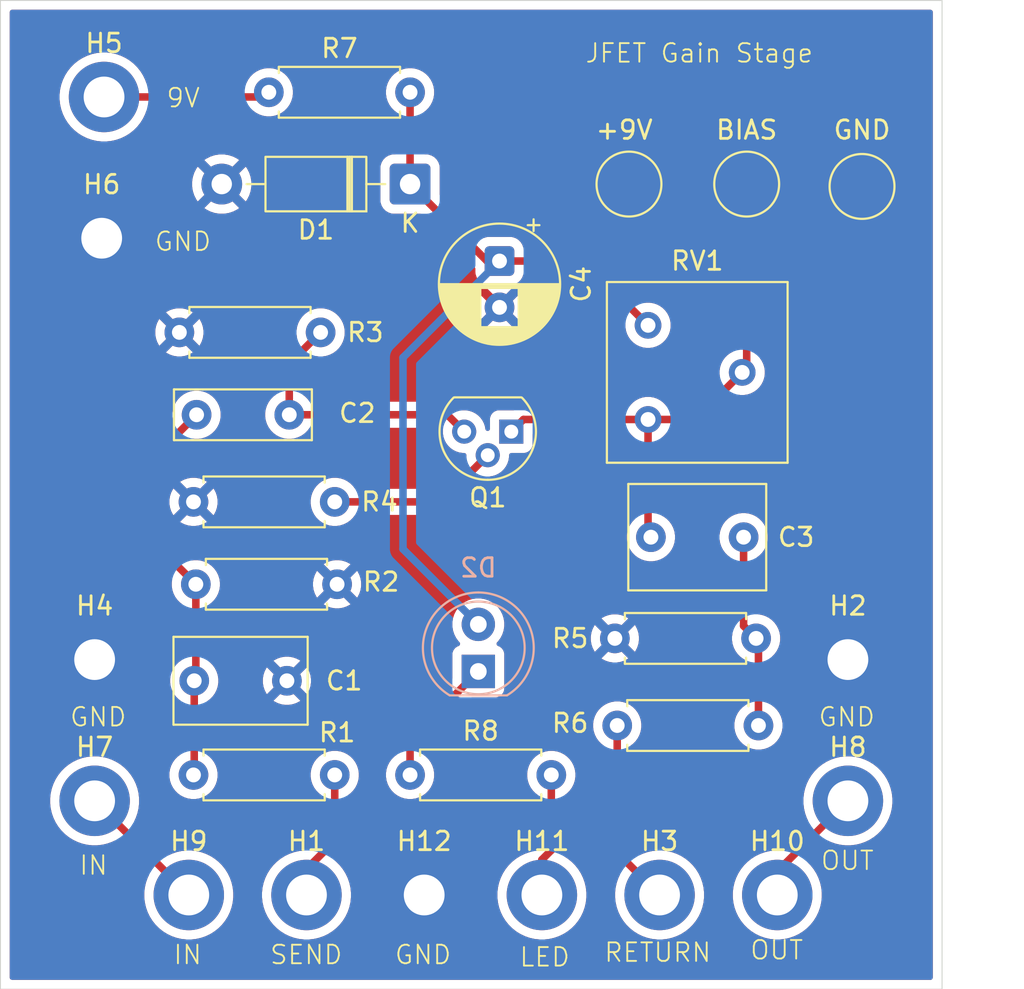
<source format=kicad_pcb>
(kicad_pcb (version 20241229) (generator "pcbnew") (generator_version "9.0")
  (layers (0 "F.Cu" signal) (2 "B.Cu" signal) (13 "F.Paste" user) (15 "B.Paste" user) (5 "F.SilkS" user "F.Silkscreen") (7 "B.SilkS" user "B.Silkscreen") (1 "F.Mask" user) (3 "B.Mask" user) (25 "Edge.Cuts" user))
  (net 0 "")
  (net 1 "GND")
  (net 2 "Net-(C1-Pad1)")
  (net 3 "Net-(Q1-G)")
  (net 4 "Net-(C3-Pad2)")
  (net 5 "Net-(Q1-D)")
  (net 6 "+9V")
  (net 7 "Net-(H1-Pad1)")
  (net 8 "Net-(H3-Pad1)")
  (net 9 "Net-(H5-Pad1)")
  (net 10 "Net-(Q1-S)")
  (net 11 "Net-(D2-K)")
  (net 12 "Net-(H7-Pad1)")
  (net 13 "Net-(H10-Pad1)")
  (net 14 "Net-(H11-Pad1)")
  (footprint "Diode_THT:D_DO-41_SOD81_P10.16mm_Horizontal" (layer "F.Cu") (at 22.098 9.906 180)
    (property "Reference" "D1" (at 5.08 -2.47 0) (layer "F.SilkS"))
    (property "Value" "1N4001")
    (fp_line (start 8.82 0) (end 7.8 0) (stroke (width 0.12)) (layer "F.SilkS"))
    (fp_line (start 3.38 -1.47) (end 3.38 1.47) (stroke (width 0.12)) (layer "F.SilkS"))
    (fp_line (start 3.26 -1.47) (end 3.26 1.47) (stroke (width 0.12)) (layer "F.SilkS"))
    (fp_line (start 3.14 -1.47) (end 3.14 1.47) (stroke (width 0.12)) (layer "F.SilkS"))
    (fp_line (start 1.34 0) (end 2.36 0) (stroke (width 0.12)) (layer "F.SilkS"))
    (fp_rect (start 2.36 -1.47) (end 7.8 1.47) (stroke (width 0.12)) (fill no) (layer "F.SilkS"))
    (fp_text user "K" (at 0 -2.1 0) (layer "F.SilkS"))
    (pad "1" thru_hole roundrect (at 0 0 180) (size 2.2 2.2) (drill 1.1) (layers "*.Cu" "*.Mask") (roundrect_rratio 0.113636) (net 6 "+9V"))
    (pad "2" thru_hole circle (at 10.16 0 180) (size 2.2 2.2) (drill 1.1) (layers "*.Cu" "*.Mask") (net 1 "GND"))
  )
  (footprint "MountingHole:MountingHole_2.2mm_M2_DIN965_Pad_TopBottom" (layer "F.Cu") (at 22.86 48.26)
    (property "Reference" "H12" (at 0 -2.9 0) (layer "F.SilkS"))
    (property "Value" "SW_GND")
    (pad "1" thru_hole circle (at 0 0) (size 2.6 2.6) (drill 2.2) (layers "*.Cu" "*.Mask") (net 1 "GND"))
    (pad "1" connect circle (at 0 0) (size 3.8 3.8) (layers "F.Cu" "F.Mask") (net 1 "GND"))
    (pad "1" connect circle (at 0 0) (size 3.8 3.8) (layers "B.Cu" "B.Mask") (net 1 "GND"))
  )
  (footprint "MountingHole:MountingHole_2.2mm_M2_DIN965_Pad_TopBottom" (layer "F.Cu") (at 29.21 48.26)
    (property "Reference" "H11" (at 0 -2.9 0) (layer "F.SilkS"))
    (property "Value" "SW_LED")
    (pad "1" thru_hole circle (at 0 0) (size 2.6 2.6) (drill 2.2) (layers "*.Cu" "*.Mask") (net 14 "Net-(H11-Pad1)"))
    (pad "1" connect circle (at 0 0) (size 3.8 3.8) (layers "F.Cu" "F.Mask") (net 14 "Net-(H11-Pad1)"))
    (pad "1" connect circle (at 0 0) (size 3.8 3.8) (layers "B.Cu" "B.Mask") (net 14 "Net-(H11-Pad1)"))
  )
  (footprint "MountingHole:MountingHole_2.2mm_M2_DIN965_Pad_TopBottom" (layer "F.Cu") (at 16.51 48.26)
    (property "Reference" "H1" (at 0 -2.9 0) (layer "F.SilkS"))
    (property "Value" "SW_SEND")
    (pad "1" thru_hole circle (at 0 0) (size 2.6 2.6) (drill 2.2) (layers "*.Cu" "*.Mask") (net 7 "Net-(H1-Pad1)"))
    (pad "1" connect circle (at 0 0) (size 3.8 3.8) (layers "F.Cu" "F.Mask") (net 7 "Net-(H1-Pad1)"))
    (pad "1" connect circle (at 0 0) (size 3.8 3.8) (layers "B.Cu" "B.Mask") (net 7 "Net-(H1-Pad1)"))
  )
  (footprint "MountingHole:MountingHole_2.2mm_M2_DIN965_Pad_TopBottom" (layer "F.Cu") (at 5.461 12.827)
    (property "Reference" "H6" (at 0 -2.9 0) (layer "F.SilkS"))
    (property "Value" "GND")
    (pad "1" thru_hole circle (at 0 0) (size 2.6 2.6) (drill 2.2) (layers "*.Cu" "*.Mask") (net 1 "GND"))
    (pad "1" connect circle (at 0 0) (size 3.8 3.8) (layers "F.Cu" "F.Mask") (net 1 "GND"))
    (pad "1" connect circle (at 0 0) (size 3.8 3.8) (layers "B.Cu" "B.Mask") (net 1 "GND"))
  )
  (footprint "TestPoint:TestPoint_Pad_D3.0mm" (layer "F.Cu") (at 46.482 10.033)
    (property "Reference" "GND" (at 0 -3.048 0) (layer "F.SilkS"))
    (property "Value" "TestPoint_Pad_D3.0mm")
    (fp_circle (center 0 0) (end 0 1.75) (stroke (width 0.12)) (fill no) (layer "F.SilkS"))
    (pad "1" smd circle (at 0 0) (size 3 3) (layers "F.Cu" "F.Mask") (net 1 "GND"))
  )
  (footprint "MountingHole:MountingHole_2.2mm_M2_DIN965_Pad_TopBottom" (layer "F.Cu") (at 45.72 43.18)
    (property "Reference" "H8" (at 0 -2.9 0) (layer "F.SilkS"))
    (property "Value" "OUT")
    (pad "1" thru_hole circle (at 0 0) (size 2.6 2.6) (drill 2.2) (layers "*.Cu" "*.Mask") (net 13 "Net-(H10-Pad1)"))
    (pad "1" connect circle (at 0 0) (size 3.8 3.8) (layers "F.Cu" "F.Mask") (net 13 "Net-(H10-Pad1)"))
    (pad "1" connect circle (at 0 0) (size 3.8 3.8) (layers "B.Cu" "B.Mask") (net 13 "Net-(H10-Pad1)"))
  )
  (footprint "MountingHole:MountingHole_2.2mm_M2_DIN965_Pad_TopBottom" (layer "F.Cu") (at 41.91 48.26)
    (property "Reference" "H10" (at 0 -2.9 0) (layer "F.SilkS"))
    (property "Value" "SW_OUT")
    (pad "1" thru_hole circle (at 0 0) (size 2.6 2.6) (drill 2.2) (layers "*.Cu" "*.Mask") (net 13 "Net-(H10-Pad1)"))
    (pad "1" connect circle (at 0 0) (size 3.8 3.8) (layers "F.Cu" "F.Mask") (net 13 "Net-(H10-Pad1)"))
    (pad "1" connect circle (at 0 0) (size 3.8 3.8) (layers "B.Cu" "B.Mask") (net 13 "Net-(H10-Pad1)"))
  )
  (footprint "TestPoint:TestPoint_Pad_D3.0mm" (layer "F.Cu") (at 40.259 9.906)
    (property "Reference" "BIAS" (at 0 -2.921 0) (layer "F.SilkS"))
    (property "Value" "TestPoint_Pad_D3.0mm")
    (fp_circle (center 0 0) (end 0 1.75) (stroke (width 0.12)) (fill no) (layer "F.SilkS"))
    (pad "1" smd circle (at 0 0) (size 3 3) (layers "F.Cu" "F.Mask") (net 5 "Net-(Q1-D)"))
  )
  (footprint "Capacitor_THT:C_Rect_L7.0mm_W4.5mm_P5.00mm" (layer "F.Cu") (at 10.454 36.703)
    (property "Reference" "C1" (at 8.088 0 0) (layer "F.SilkS"))
    (property "Value" "100p")
    (fp_line (start -1.12 -2.37) (end -1.12 2.37) (stroke (width 0.12)) (layer "F.SilkS"))
    (fp_line (start -1.12 -2.37) (end 6.12 -2.37) (stroke (width 0.12)) (layer "F.SilkS"))
    (fp_line (start -1.12 2.37) (end 6.12 2.37) (stroke (width 0.12)) (layer "F.SilkS"))
    (fp_line (start 6.12 -2.37) (end 6.12 2.37) (stroke (width 0.12)) (layer "F.SilkS"))
    (pad "1" thru_hole circle (at 0 0) (size 1.6 1.6) (drill 0.8) (layers "*.Cu" "*.Mask") (net 2 "Net-(C1-Pad1)"))
    (pad "2" thru_hole circle (at 5 0) (size 1.6 1.6) (drill 0.8) (layers "*.Cu" "*.Mask") (net 1 "GND"))
  )
  (footprint "Package_TO_SOT_THT:TO-92" (layer "F.Cu") (at 27.559 23.262 180)
    (property "Reference" "Q1" (at 1.27 -3.56 0) (layer "F.SilkS"))
    (property "Value" "Q_NJFET_DSG")
    (fp_line (start -0.53 1.85) (end 3.07 1.85) (stroke (width 0.12)) (layer "F.SilkS"))
    (fp_arc (start 1.27 -2.6) (mid 3.672087 -0.994977) (end 3.108478 1.838478) (stroke (width 0.12)) (layer "F.SilkS"))
    (fp_arc (start -0.568478 1.838478) (mid -1.132087 -0.994977) (end 1.27 -2.6) (stroke (width 0.12)) (layer "F.SilkS"))
    (pad "1" thru_hole rect (at 0 0 180) (size 1.3 1.3) (drill 0.75) (layers "*.Cu" "*.Mask") (net 5 "Net-(Q1-D)"))
    (pad "2" thru_hole circle (at 1.27 -1.27 180) (size 1.3 1.3) (drill 0.75) (layers "*.Cu" "*.Mask") (net 10 "Net-(Q1-S)"))
    (pad "3" thru_hole circle (at 2.54 0 180) (size 1.3 1.3) (drill 0.75) (layers "*.Cu" "*.Mask") (net 3 "Net-(Q1-G)"))
  )
  (footprint "Resistor_THT:R_Axial_DIN0207_L6.3mm_D2.5mm_P7.62mm_Horizontal" (layer "F.Cu") (at 10.541 31.496)
    (property "Reference" "R2" (at 9.993 -0.127 0) (layer "F.SilkS"))
    (property "Value" "1M")
    (fp_line (start 0.54 -1.37) (end 7.08 -1.37) (stroke (width 0.12)) (layer "F.SilkS"))
    (fp_line (start 0.54 -1.04) (end 0.54 -1.37) (stroke (width 0.12)) (layer "F.SilkS"))
    (fp_line (start 0.54 1.04) (end 0.54 1.37) (stroke (width 0.12)) (layer "F.SilkS"))
    (fp_line (start 0.54 1.37) (end 7.08 1.37) (stroke (width 0.12)) (layer "F.SilkS"))
    (fp_line (start 7.08 -1.37) (end 7.08 -1.04) (stroke (width 0.12)) (layer "F.SilkS"))
    (fp_line (start 7.08 1.37) (end 7.08 1.04) (stroke (width 0.12)) (layer "F.SilkS"))
    (pad "1" thru_hole circle (at 0 0) (size 1.6 1.6) (drill 0.8) (layers "*.Cu" "*.Mask") (net 2 "Net-(C1-Pad1)"))
    (pad "2" thru_hole circle (at 7.62 0) (size 1.6 1.6) (drill 0.8) (layers "*.Cu" "*.Mask") (net 1 "GND"))
  )
  (footprint "Capacitor_THT:C_Rect_L7.2mm_W5.5mm_P5.00mm_FKS2_FKP2_MKS2_MKP2" (layer "F.Cu") (at 35.092 28.956)
    (property "Reference" "C3" (at 7.834 0 0) (layer "F.SilkS"))
    (property "Value" "1u")
    (fp_line (start -1.22 -2.87) (end -1.22 2.87) (stroke (width 0.12)) (layer "F.SilkS"))
    (fp_line (start -1.22 -2.87) (end 6.22 -2.87) (stroke (width 0.12)) (layer "F.SilkS"))
    (fp_line (start -1.22 2.87) (end 6.22 2.87) (stroke (width 0.12)) (layer "F.SilkS"))
    (fp_line (start 6.22 -2.87) (end 6.22 2.87) (stroke (width 0.12)) (layer "F.SilkS"))
    (pad "1" thru_hole circle (at 0 0) (size 1.6 1.6) (drill 0.8) (layers "*.Cu" "*.Mask") (net 5 "Net-(Q1-D)"))
    (pad "2" thru_hole circle (at 5 0) (size 1.6 1.6) (drill 0.8) (layers "*.Cu" "*.Mask") (net 4 "Net-(C3-Pad2)"))
  )
  (footprint "Capacitor_THT:CP_Radial_D6.3mm_P2.50mm" (layer "F.Cu") (at 26.924 14.057621 -90)
    (property "Reference" "C4" (at 1.25 -4.4 90) (layer "F.SilkS"))
    (property "Value" "100u 35V")
    (fp_line (start 1.49 1.04) (end 1.49 3.221) (stroke (width 0.12)) (layer "F.SilkS"))
    (fp_line (start 1.53 1.04) (end 1.53 3.218) (stroke (width 0.12)) (layer "F.SilkS"))
    (fp_line (start 1.57 1.04) (end 1.57 3.214) (stroke (width 0.12)) (layer "F.SilkS"))
    (fp_line (start 1.61 1.04) (end 1.61 3.21) (stroke (width 0.12)) (layer "F.SilkS"))
    (fp_line (start 1.65 1.04) (end 1.65 3.205) (stroke (width 0.12)) (layer "F.SilkS"))
    (fp_line (start 1.69 1.04) (end 1.69 3.2) (stroke (width 0.12)) (layer "F.SilkS"))
    (fp_line (start 1.73 1.04) (end 1.73 3.195) (stroke (width 0.12)) (layer "F.SilkS"))
    (fp_line (start 1.77 1.04) (end 1.77 3.188) (stroke (width 0.12)) (layer "F.SilkS"))
    (fp_line (start 1.81 1.04) (end 1.81 3.182) (stroke (width 0.12)) (layer "F.SilkS"))
    (fp_line (start 1.85 1.04) (end 1.85 3.174) (stroke (width 0.12)) (layer "F.SilkS"))
    (fp_line (start 1.89 1.04) (end 1.89 3.167) (stroke (width 0.12)) (layer "F.SilkS"))
    (fp_line (start 1.93 1.04) (end 1.93 3.159) (stroke (width 0.12)) (layer "F.SilkS"))
    (fp_line (start 1.97 1.04) (end 1.97 3.15) (stroke (width 0.12)) (layer "F.SilkS"))
    (fp_line (start 2.01 1.04) (end 2.01 3.14) (stroke (width 0.12)) (layer "F.SilkS"))
    (fp_line (start 2.05 1.04) (end 2.05 3.131) (stroke (width 0.12)) (layer "F.SilkS"))
    (fp_line (start 2.09 1.04) (end 2.09 3.12) (stroke (width 0.12)) (layer "F.SilkS"))
    (fp_line (start 2.13 1.04) (end 2.13 3.109) (stroke (width 0.12)) (layer "F.SilkS"))
    (fp_line (start 2.17 1.04) (end 2.17 3.098) (stroke (width 0.12)) (layer "F.SilkS"))
    (fp_line (start 2.21 1.04) (end 2.21 3.086) (stroke (width 0.12)) (layer "F.SilkS"))
    (fp_line (start 2.25 1.04) (end 2.25 3.073) (stroke (width 0.12)) (layer "F.SilkS"))
    (fp_line (start 2.29 1.04) (end 2.29 3.06) (stroke (width 0.12)) (layer "F.SilkS"))
    (fp_line (start 2.33 1.04) (end 2.33 3.047) (stroke (width 0.12)) (layer "F.SilkS"))
    (fp_line (start 2.37 1.04) (end 2.37 3.032) (stroke (width 0.12)) (layer "F.SilkS"))
    (fp_line (start 2.41 1.04) (end 2.41 3.017) (stroke (width 0.12)) (layer "F.SilkS"))
    (fp_line (start 2.45 1.04) (end 2.45 3.002) (stroke (width 0.12)) (layer "F.SilkS"))
    (fp_line (start 2.49 1.04) (end 2.49 2.986) (stroke (width 0.12)) (layer "F.SilkS"))
    (fp_line (start 2.53 1.04) (end 2.53 2.969) (stroke (width 0.12)) (layer "F.SilkS"))
    (fp_line (start 2.57 1.04) (end 2.57 2.952) (stroke (width 0.12)) (layer "F.SilkS"))
    (fp_line (start 2.61 1.04) (end 2.61 2.934) (stroke (width 0.12)) (layer "F.SilkS"))
    (fp_line (start 2.65 1.04) (end 2.65 2.915) (stroke (width 0.12)) (layer "F.SilkS"))
    (fp_line (start 2.69 1.04) (end 2.69 2.896) (stroke (width 0.12)) (layer "F.SilkS"))
    (fp_line (start 2.73 1.04) (end 2.73 2.876) (stroke (width 0.12)) (layer "F.SilkS"))
    (fp_line (start 2.77 1.04) (end 2.77 2.855) (stroke (width 0.12)) (layer "F.SilkS"))
    (fp_line (start 2.81 1.04) (end 2.81 2.834) (stroke (width 0.12)) (layer "F.SilkS"))
    (fp_line (start 2.85 1.04) (end 2.85 2.812) (stroke (width 0.12)) (layer "F.SilkS"))
    (fp_line (start 2.89 1.04) (end 2.89 2.789) (stroke (width 0.12)) (layer "F.SilkS"))
    (fp_line (start 2.93 1.04) (end 2.93 2.765) (stroke (width 0.12)) (layer "F.SilkS"))
    (fp_line (start 2.97 1.04) (end 2.97 2.741) (stroke (width 0.12)) (layer "F.SilkS"))
    (fp_line (start 3.01 1.04) (end 3.01 2.716) (stroke (width 0.12)) (layer "F.SilkS"))
    (fp_line (start 3.05 1.04) (end 3.05 2.69) (stroke (width 0.12)) (layer "F.SilkS"))
    (fp_line (start 3.09 1.04) (end 3.09 2.663) (stroke (width 0.12)) (layer "F.SilkS"))
    (fp_line (start 3.13 1.04) (end 3.13 2.636) (stroke (width 0.12)) (layer "F.SilkS"))
    (fp_line (start 3.17 1.04) (end 3.17 2.607) (stroke (width 0.12)) (layer "F.SilkS"))
    (fp_line (start 3.21 1.04) (end 3.21 2.577) (stroke (width 0.12)) (layer "F.SilkS"))
    (fp_line (start 3.25 1.04) (end 3.25 2.547) (stroke (width 0.12)) (layer "F.SilkS"))
    (fp_line (start 3.29 1.04) (end 3.29 2.516) (stroke (width 0.12)) (layer "F.SilkS"))
    (fp_line (start 3.33 1.04) (end 3.33 2.483) (stroke (width 0.12)) (layer "F.SilkS"))
    (fp_line (start 3.37 1.04) (end 3.37 2.45) (stroke (width 0.12)) (layer "F.SilkS"))
    (fp_line (start 3.41 1.04) (end 3.41 2.415) (stroke (width 0.12)) (layer "F.SilkS"))
    (fp_line (start 3.45 1.04) (end 3.45 2.379) (stroke (width 0.12)) (layer "F.SilkS"))
    (fp_line (start 3.49 1.04) (end 3.49 2.342) (stroke (width 0.12)) (layer "F.SilkS"))
    (fp_line (start 3.53 1.04) (end 3.53 2.304) (stroke (width 0.12)) (layer "F.SilkS"))
    (fp_line (start 4.49 -0.402) (end 4.49 0.402) (stroke (width 0.12)) (layer "F.SilkS"))
    (fp_line (start 4.45 -0.633) (end 4.45 0.633) (stroke (width 0.12)) (layer "F.SilkS"))
    (fp_line (start 4.41 -0.801) (end 4.41 0.801) (stroke (width 0.12)) (layer "F.SilkS"))
    (fp_line (start 4.37 -0.939) (end 4.37 0.939) (stroke (width 0.12)) (layer "F.SilkS"))
    (fp_line (start 4.33 -1.058) (end 4.33 1.058) (stroke (width 0.12)) (layer "F.SilkS"))
    (fp_line (start 4.29 -1.165) (end 4.29 1.165) (stroke (width 0.12)) (layer "F.SilkS"))
    (fp_line (start 4.25 -1.261) (end 4.25 1.261) (stroke (width 0.12)) (layer "F.SilkS"))
    (fp_line (start 4.21 -1.35) (end 4.21 1.35) (stroke (width 0.12)) (layer "F.SilkS"))
    (fp_line (start 4.17 -1.432) (end 4.17 1.432) (stroke (width 0.12)) (layer "F.SilkS"))
    (fp_line (start 4.13 -1.509) (end 4.13 1.509) (stroke (width 0.12)) (layer "F.SilkS"))
    (fp_line (start 4.09 -1.581) (end 4.09 1.581) (stroke (width 0.12)) (layer "F.SilkS"))
    (fp_line (start 4.05 -1.649) (end 4.05 1.649) (stroke (width 0.12)) (layer "F.SilkS"))
    (fp_line (start 4.01 -1.714) (end 4.01 1.714) (stroke (width 0.12)) (layer "F.SilkS"))
    (fp_line (start 3.97 -1.775) (end 3.97 1.775) (stroke (width 0.12)) (layer "F.SilkS"))
    (fp_line (start 3.93 -1.834) (end 3.93 1.834) (stroke (width 0.12)) (layer "F.SilkS"))
    (fp_line (start -2.250241 -1.839) (end -1.620241 -1.839) (stroke (width 0.12)) (layer "F.SilkS"))
    (fp_line (start 3.89 -1.89) (end 3.89 1.89) (stroke (width 0.12)) (layer "F.SilkS"))
    (fp_line (start 3.85 -1.943) (end 3.85 1.943) (stroke (width 0.12)) (layer "F.SilkS"))
    (fp_line (start 3.81 -1.995) (end 3.81 1.995) (stroke (width 0.12)) (layer "F.SilkS"))
    (fp_line (start 3.77 -2.044) (end 3.77 2.044) (stroke (width 0.12)) (layer "F.SilkS"))
    (fp_line (start 3.73 -2.091) (end 3.73 2.091) (stroke (width 0.12)) (layer "F.SilkS"))
    (fp_line (start 3.69 -2.137) (end 3.69 2.137) (stroke (width 0.12)) (layer "F.SilkS"))
    (fp_line (start -1.935241 -2.154) (end -1.935241 -1.524) (stroke (width 0.12)) (layer "F.SilkS"))
    (fp_line (start 3.65 -2.181) (end 3.65 2.181) (stroke (width 0.12)) (layer "F.SilkS"))
    (fp_line (start 3.61 -2.223) (end 3.61 2.223) (stroke (width 0.12)) (layer "F.SilkS"))
    (fp_line (start 3.57 -2.264) (end 3.57 2.264) (stroke (width 0.12)) (layer "F.SilkS"))
    (fp_line (start 3.53 -2.304) (end 3.53 -1.04) (stroke (width 0.12)) (layer "F.SilkS"))
    (fp_line (start 3.49 -2.342) (end 3.49 -1.04) (stroke (width 0.12)) (layer "F.SilkS"))
    (fp_line (start 3.45 -2.379) (end 3.45 -1.04) (stroke (width 0.12)) (layer "F.SilkS"))
    (fp_line (start 3.41 -2.415) (end 3.41 -1.04) (stroke (width 0.12)) (layer "F.SilkS"))
    (fp_line (start 3.37 -2.45) (end 3.37 -1.04) (stroke (width 0.12)) (layer "F.SilkS"))
    (fp_line (start 3.33 -2.483) (end 3.33 -1.04) (stroke (width 0.12)) (layer "F.SilkS"))
    (fp_line (start 3.29 -2.516) (end 3.29 -1.04) (stroke (width 0.12)) (layer "F.SilkS"))
    (fp_line (start 3.25 -2.547) (end 3.25 -1.04) (stroke (width 0.12)) (layer "F.SilkS"))
    (fp_line (start 3.21 -2.577) (end 3.21 -1.04) (stroke (width 0.12)) (layer "F.SilkS"))
    (fp_line (start 3.17 -2.607) (end 3.17 -1.04) (stroke (width 0.12)) (layer "F.SilkS"))
    (fp_line (start 3.13 -2.636) (end 3.13 -1.04) (stroke (width 0.12)) (layer "F.SilkS"))
    (fp_line (start 3.09 -2.663) (end 3.09 -1.04) (stroke (width 0.12)) (layer "F.SilkS"))
    (fp_line (start 3.05 -2.69) (end 3.05 -1.04) (stroke (width 0.12)) (layer "F.SilkS"))
    (fp_line (start 3.01 -2.716) (end 3.01 -1.04) (stroke (width 0.12)) (layer "F.SilkS"))
    (fp_line (start 2.97 -2.741) (end 2.97 -1.04) (stroke (width 0.12)) (layer "F.SilkS"))
    (fp_line (start 2.93 -2.765) (end 2.93 -1.04) (stroke (width 0.12)) (layer "F.SilkS"))
    (fp_line (start 2.89 -2.789) (end 2.89 -1.04) (stroke (width 0.12)) (layer "F.SilkS"))
    (fp_line (start 2.85 -2.812) (end 2.85 -1.04) (stroke (width 0.12)) (layer "F.SilkS"))
    (fp_line (start 2.81 -2.834) (end 2.81 -1.04) (stroke (width 0.12)) (layer "F.SilkS"))
    (fp_line (start 2.77 -2.855) (end 2.77 -1.04) (stroke (width 0.12)) (layer "F.SilkS"))
    (fp_line (start 2.73 -2.876) (end 2.73 -1.04) (stroke (width 0.12)) (layer "F.SilkS"))
    (fp_line (start 2.69 -2.896) (end 2.69 -1.04) (stroke (width 0.12)) (layer "F.SilkS"))
    (fp_line (start 2.65 -2.915) (end 2.65 -1.04) (stroke (width 0.12)) (layer "F.SilkS"))
    (fp_line (start 2.61 -2.934) (end 2.61 -1.04) (stroke (width 0.12)) (layer "F.SilkS"))
    (fp_line (start 2.57 -2.952) (end 2.57 -1.04) (stroke (width 0.12)) (layer "F.SilkS"))
    (fp_line (start 2.53 -2.969) (end 2.53 -1.04) (stroke (width 0.12)) (layer "F.SilkS"))
    (fp_line (start 2.49 -2.986) (end 2.49 -1.04) (stroke (width 0.12)) (layer "F.SilkS"))
    (fp_line (start 2.45 -3.002) (end 2.45 -1.04) (stroke (width 0.12)) (layer "F.SilkS"))
    (fp_line (start 2.41 -3.017) (end 2.41 -1.04) (stroke (width 0.12)) (layer "F.SilkS"))
    (fp_line (start 2.37 -3.032) (end 2.37 -1.04) (stroke (width 0.12)) (layer "F.SilkS"))
    (fp_line (start 2.33 -3.047) (end 2.33 -1.04) (stroke (width 0.12)) (layer "F.SilkS"))
    (fp_line (start 2.29 -3.06) (end 2.29 -1.04) (stroke (width 0.12)) (layer "F.SilkS"))
    (fp_line (start 2.25 -3.073) (end 2.25 -1.04) (stroke (width 0.12)) (layer "F.SilkS"))
    (fp_line (start 2.21 -3.086) (end 2.21 -1.04) (stroke (width 0.12)) (layer "F.SilkS"))
    (fp_line (start 2.17 -3.098) (end 2.17 -1.04) (stroke (width 0.12)) (layer "F.SilkS"))
    (fp_line (start 2.13 -3.109) (end 2.13 -1.04) (stroke (width 0.12)) (layer "F.SilkS"))
    (fp_line (start 2.09 -3.12) (end 2.09 -1.04) (stroke (width 0.12)) (layer "F.SilkS"))
    (fp_line (start 2.05 -3.131) (end 2.05 -1.04) (stroke (width 0.12)) (layer "F.SilkS"))
    (fp_line (start 2.01 -3.14) (end 2.01 -1.04) (stroke (width 0.12)) (layer "F.SilkS"))
    (fp_line (start 1.97 -3.15) (end 1.97 -1.04) (stroke (width 0.12)) (layer "F.SilkS"))
    (fp_line (start 1.93 -3.159) (end 1.93 -1.04) (stroke (width 0.12)) (layer "F.SilkS"))
    (fp_line (start 1.89 -3.167) (end 1.89 -1.04) (stroke (width 0.12)) (layer "F.SilkS"))
    (fp_line (start 1.85 -3.174) (end 1.85 -1.04) (stroke (width 0.12)) (layer "F.SilkS"))
    (fp_line (start 1.81 -3.182) (end 1.81 -1.04) (stroke (width 0.12)) (layer "F.SilkS"))
    (fp_line (start 1.77 -3.188) (end 1.77 -1.04) (stroke (width 0.12)) (layer "F.SilkS"))
    (fp_line (start 1.73 -3.195) (end 1.73 -1.04) (stroke (width 0.12)) (layer "F.SilkS"))
    (fp_line (start 1.69 -3.2) (end 1.69 -1.04) (stroke (width 0.12)) (layer "F.SilkS"))
    (fp_line (start 1.65 -3.205) (end 1.65 -1.04) (stroke (width 0.12)) (layer "F.SilkS"))
    (fp_line (start 1.61 -3.21) (end 1.61 -1.04) (stroke (width 0.12)) (layer "F.SilkS"))
    (fp_line (start 1.57 -3.214) (end 1.57 -1.04) (stroke (width 0.12)) (layer "F.SilkS"))
    (fp_line (start 1.53 -3.218) (end 1.53 -1.04) (stroke (width 0.12)) (layer "F.SilkS"))
    (fp_line (start 1.49 -3.221) (end 1.49 -1.04) (stroke (width 0.12)) (layer "F.SilkS"))
    (fp_line (start 1.45 -3.224) (end 1.45 3.224) (stroke (width 0.12)) (layer "F.SilkS"))
    (fp_line (start 1.41 -3.226) (end 1.41 3.226) (stroke (width 0.12)) (layer "F.SilkS"))
    (fp_line (start 1.37 -3.228) (end 1.37 3.228) (stroke (width 0.12)) (layer "F.SilkS"))
    (fp_line (start 1.33 -3.229) (end 1.33 3.229) (stroke (width 0.12)) (layer "F.SilkS"))
    (fp_line (start 1.25 -3.23) (end 1.25 3.23) (stroke (width 0.12)) (layer "F.SilkS"))
    (fp_line (start 1.29 -3.23) (end 1.29 3.23) (stroke (width 0.12)) (layer "F.SilkS"))
    (fp_circle (center 1.25 0) (end 4.52 0) (stroke (width 0.12)) (fill no) (layer "F.SilkS"))
    (pad "1" thru_hole roundrect (at 0 0 270) (size 1.6 1.6) (drill 0.8) (layers "*.Cu" "*.Mask") (roundrect_rratio 0.15625) (net 6 "+9V"))
    (pad "2" thru_hole circle (at 2.5 0 270) (size 1.6 1.6) (drill 0.8) (layers "*.Cu" "*.Mask") (net 1 "GND"))
  )
  (footprint "MountingHole:MountingHole_2.2mm_M2_DIN965_Pad_TopBottom" (layer "F.Cu") (at 5.588 5.207)
    (property "Reference" "H5" (at 0 -2.9 0) (layer "F.SilkS"))
    (property "Value" "9V")
    (pad "1" thru_hole circle (at 0 0) (size 2.6 2.6) (drill 2.2) (layers "*.Cu" "*.Mask") (net 9 "Net-(H5-Pad1)"))
    (pad "1" connect circle (at 0 0) (size 3.8 3.8) (layers "F.Cu" "F.Mask") (net 9 "Net-(H5-Pad1)"))
    (pad "1" connect circle (at 0 0) (size 3.8 3.8) (layers "B.Cu" "B.Mask") (net 9 "Net-(H5-Pad1)"))
  )
  (footprint "Resistor_THT:R_Axial_DIN0207_L6.3mm_D2.5mm_P7.62mm_Horizontal" (layer "F.Cu") (at 17.272 17.907 180)
    (property "Reference" "R3" (at -2.413 0 0) (layer "F.SilkS"))
    (property "Value" "1M")
    (fp_line (start 7.08 1.37) (end 7.08 1.04) (stroke (width 0.12)) (layer "F.SilkS"))
    (fp_line (start 7.08 -1.37) (end 7.08 -1.04) (stroke (width 0.12)) (layer "F.SilkS"))
    (fp_line (start 0.54 1.37) (end 7.08 1.37) (stroke (width 0.12)) (layer "F.SilkS"))
    (fp_line (start 0.54 1.04) (end 0.54 1.37) (stroke (width 0.12)) (layer "F.SilkS"))
    (fp_line (start 0.54 -1.04) (end 0.54 -1.37) (stroke (width 0.12)) (layer "F.SilkS"))
    (fp_line (start 0.54 -1.37) (end 7.08 -1.37) (stroke (width 0.12)) (layer "F.SilkS"))
    (pad "1" thru_hole circle (at 0 0 180) (size 1.6 1.6) (drill 0.8) (layers "*.Cu" "*.Mask") (net 3 "Net-(Q1-G)"))
    (pad "2" thru_hole circle (at 7.62 0 180) (size 1.6 1.6) (drill 0.8) (layers "*.Cu" "*.Mask") (net 1 "GND"))
  )
  (footprint "MountingHole:MountingHole_2.2mm_M2_DIN965_Pad_TopBottom" (layer "F.Cu") (at 45.72 35.56)
    (property "Reference" "H2" (at 0 -2.9 0) (layer "F.SilkS"))
    (property "Value" "GND")
    (pad "1" thru_hole circle (at 0 0) (size 2.6 2.6) (drill 2.2) (layers "*.Cu" "*.Mask") (net 1 "GND"))
    (pad "1" connect circle (at 0 0) (size 3.8 3.8) (layers "F.Cu" "F.Mask") (net 1 "GND"))
    (pad "1" connect circle (at 0 0) (size 3.8 3.8) (layers "B.Cu" "B.Mask") (net 1 "GND"))
  )
  (footprint "Capacitor_THT:C_Rect_L7.2mm_W2.5mm_P5.00mm_FKS2_FKP2_MKS2_MKP2" (layer "F.Cu") (at 10.581 22.352)
    (property "Reference" "C2" (at 8.668644 -0.087718 0) (layer "F.SilkS"))
    (property "Value" "22n")
    (fp_line (start -1.22 -1.37) (end -1.22 1.37) (stroke (width 0.12)) (layer "F.SilkS"))
    (fp_line (start -1.22 -1.37) (end 6.22 -1.37) (stroke (width 0.12)) (layer "F.SilkS"))
    (fp_line (start -1.22 1.37) (end 6.22 1.37) (stroke (width 0.12)) (layer "F.SilkS"))
    (fp_line (start 6.22 -1.37) (end 6.22 1.37) (stroke (width 0.12)) (layer "F.SilkS"))
    (pad "1" thru_hole circle (at 0 0) (size 1.6 1.6) (drill 0.8) (layers "*.Cu" "*.Mask") (net 2 "Net-(C1-Pad1)"))
    (pad "2" thru_hole circle (at 5 0) (size 1.6 1.6) (drill 0.8) (layers "*.Cu" "*.Mask") (net 3 "Net-(Q1-G)"))
  )
  (footprint "MountingHole:MountingHole_2.2mm_M2_DIN965_Pad_TopBottom" (layer "F.Cu") (at 5.08 35.56)
    (property "Reference" "H4" (at 0 -2.9 0) (layer "F.SilkS"))
    (property "Value" "GND")
    (pad "1" thru_hole circle (at 0 0) (size 2.6 2.6) (drill 2.2) (layers "*.Cu" "*.Mask") (net 1 "GND"))
    (pad "1" connect circle (at 0 0) (size 3.8 3.8) (layers "F.Cu" "F.Mask") (net 1 "GND"))
    (pad "1" connect circle (at 0 0) (size 3.8 3.8) (layers "B.Cu" "B.Mask") (net 1 "GND"))
  )
  (footprint "Resistor_THT:R_Axial_DIN0207_L6.3mm_D2.5mm_P7.62mm_Horizontal" (layer "F.Cu") (at 18.034 41.783 180)
    (property "Reference" "R1" (at -0.127 2.286 0) (layer "F.SilkS"))
    (property "Value" "1k")
    (fp_line (start 7.08 1.37) (end 7.08 1.04) (stroke (width 0.12)) (layer "F.SilkS"))
    (fp_line (start 7.08 -1.37) (end 7.08 -1.04) (stroke (width 0.12)) (layer "F.SilkS"))
    (fp_line (start 0.54 1.37) (end 7.08 1.37) (stroke (width 0.12)) (layer "F.SilkS"))
    (fp_line (start 0.54 1.04) (end 0.54 1.37) (stroke (width 0.12)) (layer "F.SilkS"))
    (fp_line (start 0.54 -1.04) (end 0.54 -1.37) (stroke (width 0.12)) (layer "F.SilkS"))
    (fp_line (start 0.54 -1.37) (end 7.08 -1.37) (stroke (width 0.12)) (layer "F.SilkS"))
    (pad "1" thru_hole circle (at 0 0 180) (size 1.6 1.6) (drill 0.8) (layers "*.Cu" "*.Mask") (net 7 "Net-(H1-Pad1)"))
    (pad "2" thru_hole circle (at 7.62 0 180) (size 1.6 1.6) (drill 0.8) (layers "*.Cu" "*.Mask") (net 2 "Net-(C1-Pad1)"))
  )
  (footprint "Resistor_THT:R_Axial_DIN0207_L6.3mm_D2.5mm_P7.62mm_Horizontal" (layer "F.Cu") (at 40.894 39.116 180)
    (property "Reference" "R6" (at 10.16 0.127 0) (layer "F.SilkS"))
    (property "Value" "100R")
    (fp_line (start 7.08 1.37) (end 7.08 1.04) (stroke (width 0.12)) (layer "F.SilkS"))
    (fp_line (start 7.08 -1.37) (end 7.08 -1.04) (stroke (width 0.12)) (layer "F.SilkS"))
    (fp_line (start 0.54 1.37) (end 7.08 1.37) (stroke (width 0.12)) (layer "F.SilkS"))
    (fp_line (start 0.54 1.04) (end 0.54 1.37) (stroke (width 0.12)) (layer "F.SilkS"))
    (fp_line (start 0.54 -1.04) (end 0.54 -1.37) (stroke (width 0.12)) (layer "F.SilkS"))
    (fp_line (start 0.54 -1.37) (end 7.08 -1.37) (stroke (width 0.12)) (layer "F.SilkS"))
    (pad "1" thru_hole circle (at 0 0 180) (size 1.6 1.6) (drill 0.8) (layers "*.Cu" "*.Mask") (net 4 "Net-(C3-Pad2)"))
    (pad "2" thru_hole circle (at 7.62 0 180) (size 1.6 1.6) (drill 0.8) (layers "*.Cu" "*.Mask") (net 8 "Net-(H3-Pad1)"))
  )
  (footprint "TestPoint:TestPoint_Pad_D3.0mm" (layer "F.Cu") (at 33.909 9.906)
    (property "Reference" "+9V" (at -0.254 -2.921 0) (layer "F.SilkS"))
    (property "Value" "TestPoint_Pad_D3.0mm")
    (fp_circle (center 0 0) (end 0 1.75) (stroke (width 0.12)) (fill no) (layer "F.SilkS"))
    (pad "1" smd circle (at 0 0) (size 3 3) (layers "F.Cu" "F.Mask") (net 6 "+9V"))
  )
  (footprint "MountingHole:MountingHole_2.2mm_M2_DIN965_Pad_TopBottom" (layer "F.Cu") (at 35.56 48.26)
    (property "Reference" "H3" (at 0 -2.9 0) (layer "F.SilkS"))
    (property "Value" "SW_RETURN")
    (pad "1" thru_hole circle (at 0 0) (size 2.6 2.6) (drill 2.2) (layers "*.Cu" "*.Mask") (net 8 "Net-(H3-Pad1)"))
    (pad "1" connect circle (at 0 0) (size 3.8 3.8) (layers "F.Cu" "F.Mask") (net 8 "Net-(H3-Pad1)"))
    (pad "1" connect circle (at 0 0) (size 3.8 3.8) (layers "B.Cu" "B.Mask") (net 8 "Net-(H3-Pad1)"))
  )
  (footprint "Potentiometer_THT:Potentiometer_Bourns_3386F_Vertical" (layer "F.Cu") (at 34.937 22.606)
    (property "Reference" "RV1" (at 2.655 -8.555 0) (layer "F.SilkS"))
    (property "Value" "50k")
    (fp_line (start -2.22 -7.415) (end -2.22 2.335) (stroke (width 0.12)) (layer "F.SilkS"))
    (fp_line (start -2.22 -7.415) (end 7.53 -7.415) (stroke (width 0.12)) (layer "F.SilkS"))
    (fp_line (start -2.22 2.335) (end 7.53 2.335) (stroke (width 0.12)) (layer "F.SilkS"))
    (fp_line (start 7.53 -7.415) (end 7.53 2.335) (stroke (width 0.12)) (layer "F.SilkS"))
    (pad "1" thru_hole circle (at 0 0) (size 1.44 1.44) (drill 0.8) (layers "*.Cu" "*.Mask") (net 5 "Net-(Q1-D)"))
    (pad "2" thru_hole circle (at 5.08 -2.54) (size 1.44 1.44) (drill 0.8) (layers "*.Cu" "*.Mask") (net 5 "Net-(Q1-D)"))
    (pad "3" thru_hole circle (at 0 -5.08) (size 1.44 1.44) (drill 0.8) (layers "*.Cu" "*.Mask") (net 6 "+9V"))
  )
  (footprint "Resistor_THT:R_Axial_DIN0207_L6.3mm_D2.5mm_P7.62mm_Horizontal" (layer "F.Cu") (at 18.034 27.051 180)
    (property "Reference" "R4" (at -2.413 0 0) (layer "F.SilkS"))
    (property "Value" "1k")
    (fp_line (start 7.08 1.37) (end 7.08 1.04) (stroke (width 0.12)) (layer "F.SilkS"))
    (fp_line (start 7.08 -1.37) (end 7.08 -1.04) (stroke (width 0.12)) (layer "F.SilkS"))
    (fp_line (start 0.54 1.37) (end 7.08 1.37) (stroke (width 0.12)) (layer "F.SilkS"))
    (fp_line (start 0.54 1.04) (end 0.54 1.37) (stroke (width 0.12)) (layer "F.SilkS"))
    (fp_line (start 0.54 -1.04) (end 0.54 -1.37) (stroke (width 0.12)) (layer "F.SilkS"))
    (fp_line (start 0.54 -1.37) (end 7.08 -1.37) (stroke (width 0.12)) (layer "F.SilkS"))
    (pad "1" thru_hole circle (at 0 0 180) (size 1.6 1.6) (drill 0.8) (layers "*.Cu" "*.Mask") (net 10 "Net-(Q1-S)"))
    (pad "2" thru_hole circle (at 7.62 0 180) (size 1.6 1.6) (drill 0.8) (layers "*.Cu" "*.Mask") (net 1 "GND"))
  )
  (footprint "MountingHole:MountingHole_2.2mm_M2_DIN965_Pad_TopBottom" (layer "F.Cu") (at 5.08 43.18)
    (property "Reference" "H7" (at 0 -2.9 0) (layer "F.SilkS"))
    (property "Value" "IN")
    (pad "1" thru_hole circle (at 0 0) (size 2.6 2.6) (drill 2.2) (layers "*.Cu" "*.Mask") (net 12 "Net-(H7-Pad1)"))
    (pad "1" connect circle (at 0 0) (size 3.8 3.8) (layers "F.Cu" "F.Mask") (net 12 "Net-(H7-Pad1)"))
    (pad "1" connect circle (at 0 0) (size 3.8 3.8) (layers "B.Cu" "B.Mask") (net 12 "Net-(H7-Pad1)"))
  )
  (footprint "Resistor_THT:R_Axial_DIN0207_L6.3mm_D2.5mm_P7.62mm_Horizontal" (layer "F.Cu") (at 22.098 41.783)
    (property "Reference" "R8" (at 3.81 -2.37 0) (layer "F.SilkS"))
    (property "Value" "1k")
    (fp_line (start 0.54 -1.37) (end 7.08 -1.37) (stroke (width 0.12)) (layer "F.SilkS"))
    (fp_line (start 0.54 -1.04) (end 0.54 -1.37) (stroke (width 0.12)) (layer "F.SilkS"))
    (fp_line (start 0.54 1.04) (end 0.54 1.37) (stroke (width 0.12)) (layer "F.SilkS"))
    (fp_line (start 0.54 1.37) (end 7.08 1.37) (stroke (width 0.12)) (layer "F.SilkS"))
    (fp_line (start 7.08 -1.37) (end 7.08 -1.04) (stroke (width 0.12)) (layer "F.SilkS"))
    (fp_line (start 7.08 1.37) (end 7.08 1.04) (stroke (width 0.12)) (layer "F.SilkS"))
    (pad "1" thru_hole circle (at 0 0) (size 1.6 1.6) (drill 0.8) (layers "*.Cu" "*.Mask") (net 11 "Net-(D2-K)"))
    (pad "2" thru_hole circle (at 7.62 0) (size 1.6 1.6) (drill 0.8) (layers "*.Cu" "*.Mask") (net 14 "Net-(H11-Pad1)"))
  )
  (footprint "Resistor_THT:R_Axial_DIN0207_L6.3mm_D2.5mm_P7.62mm_Horizontal" (layer "F.Cu") (at 40.767 34.417 180)
    (property "Reference" "R5" (at 10.033 0 0) (layer "F.SilkS"))
    (property "Value" "10k")
    (fp_line (start 7.08 1.37) (end 7.08 1.04) (stroke (width 0.12)) (layer "F.SilkS"))
    (fp_line (start 7.08 -1.37) (end 7.08 -1.04) (stroke (width 0.12)) (layer "F.SilkS"))
    (fp_line (start 0.54 1.37) (end 7.08 1.37) (stroke (width 0.12)) (layer "F.SilkS"))
    (fp_line (start 0.54 1.04) (end 0.54 1.37) (stroke (width 0.12)) (layer "F.SilkS"))
    (fp_line (start 0.54 -1.04) (end 0.54 -1.37) (stroke (width 0.12)) (layer "F.SilkS"))
    (fp_line (start 0.54 -1.37) (end 7.08 -1.37) (stroke (width 0.12)) (layer "F.SilkS"))
    (pad "1" thru_hole circle (at 0 0 180) (size 1.6 1.6) (drill 0.8) (layers "*.Cu" "*.Mask") (net 4 "Net-(C3-Pad2)"))
    (pad "2" thru_hole circle (at 7.62 0 180) (size 1.6 1.6) (drill 0.8) (layers "*.Cu" "*.Mask") (net 1 "GND"))
  )
  (footprint "MountingHole:MountingHole_2.2mm_M2_DIN965_Pad_TopBottom" (layer "F.Cu") (at 10.16 48.26)
    (property "Reference" "H9" (at 0 -2.9 0) (layer "F.SilkS"))
    (property "Value" "SW_IN")
    (pad "1" thru_hole circle (at 0 0) (size 2.6 2.6) (drill 2.2) (layers "*.Cu" "*.Mask") (net 12 "Net-(H7-Pad1)"))
    (pad "1" connect circle (at 0 0) (size 3.8 3.8) (layers "F.Cu" "F.Mask") (net 12 "Net-(H7-Pad1)"))
    (pad "1" connect circle (at 0 0) (size 3.8 3.8) (layers "B.Cu" "B.Mask") (net 12 "Net-(H7-Pad1)"))
  )
  (footprint "Resistor_THT:R_Axial_DIN0207_L6.3mm_D2.5mm_P7.62mm_Horizontal" (layer "F.Cu") (at 14.478 4.953)
    (property "Reference" "R7" (at 3.81 -2.37 0) (layer "F.SilkS"))
    (property "Value" "10R")
    (fp_line (start 0.54 -1.37) (end 7.08 -1.37) (stroke (width 0.12)) (layer "F.SilkS"))
    (fp_line (start 0.54 -1.04) (end 0.54 -1.37) (stroke (width 0.12)) (layer "F.SilkS"))
    (fp_line (start 0.54 1.04) (end 0.54 1.37) (stroke (width 0.12)) (layer "F.SilkS"))
    (fp_line (start 0.54 1.37) (end 7.08 1.37) (stroke (width 0.12)) (layer "F.SilkS"))
    (fp_line (start 7.08 -1.37) (end 7.08 -1.04) (stroke (width 0.12)) (layer "F.SilkS"))
    (fp_line (start 7.08 1.37) (end 7.08 1.04) (stroke (width 0.12)) (layer "F.SilkS"))
    (pad "1" thru_hole circle (at 0 0) (size 1.6 1.6) (drill 0.8) (layers "*.Cu" "*.Mask") (net 9 "Net-(H5-Pad1)"))
    (pad "2" thru_hole circle (at 7.62 0) (size 1.6 1.6) (drill 0.8) (layers "*.Cu" "*.Mask") (net 6 "+9V"))
  )
  (footprint "LED_THT:LED_D5.0mm" (layer "B.Cu") (at 25.781 36.2 90)
    (property "Reference" "D2" (at 5.593 0 0) (layer "B.SilkS") (effects (justify mirror)))
    (property "Value" "LED")
    (fp_line (start -1.29 1.545) (end -1.29 -1.545) (stroke (width 0.12)) (layer "B.SilkS"))
    (fp_arc (start -1.29 -1.54483) (mid 2.071779 -2.880495) (end 4.26 0) (stroke (width 0.12)) (layer "B.SilkS"))
    (fp_arc (start 4.26 0) (mid 2.071779 2.880495) (end -1.29 1.54483) (stroke (width 0.12)) (layer "B.SilkS"))
    (fp_circle (center 1.27 0) (end 3.77 0) (stroke (width 0.12)) (fill no) (layer "B.SilkS"))
    (pad "1" thru_hole rect (at 0 0 90) (size 1.8 1.8) (drill 0.9) (layers "*.Cu" "*.Mask") (net 11 "Net-(D2-K)"))
    (pad "2" thru_hole circle (at 2.54 0 90) (size 1.8 1.8) (drill 0.9) (layers "*.Cu" "*.Mask") (net 6 "+9V"))
  )
  (gr_line (start 50.8 53.34) (end 0 53.34) (stroke (width 0.05)) (layer "Edge.Cuts"))
  (gr_line (start 50.8 0) (end 50.8 53.34) (stroke (width 0.05)) (layer "Edge.Cuts"))
  (gr_line (start 0 53.34) (end 0 0) (stroke (width 0.05)) (layer "Edge.Cuts"))
  (gr_line (start 0 0) (end 50.8 0) (stroke (width 0.05)) (layer "Edge.Cuts"))
  (gr_text "OUT" (at 40.386 51.816 0) (layer "F.SilkS") (effects (font (size 1 1) (thickness 0.1)) (justify left bottom)))
  (gr_text "9V" (at 8.89 5.842 0) (layer "F.SilkS") (effects (font (size 1 1) (thickness 0.1)) (justify left bottom)))
  (gr_text "OUT" (at 44.196 46.99 0) (layer "F.SilkS") (effects (font (size 1 1) (thickness 0.1)) (justify left bottom)))
  (gr_text "IN" (at 4.191 47.244 0) (layer "F.SilkS") (effects (font (size 1 1) (thickness 0.1)) (justify left bottom)))
  (gr_text "IN" (at 9.271 52.07 0) (layer "F.SilkS") (effects (font (size 1 1) (thickness 0.1)) (justify left bottom)))
  (gr_text "GND" (at 44.069 39.243 0) (layer "F.SilkS") (effects (font (size 1 1) (thickness 0.1)) (justify left bottom)))
  (gr_text "SEND" (at 14.478 52.07 0) (layer "F.SilkS") (effects (font (size 1 1) (thickness 0.1)) (justify left bottom)))
  (gr_text "GND" (at 8.255 13.589 0) (layer "F.SilkS") (effects (font (size 1 1) (thickness 0.1)) (justify left bottom)))
  (gr_text "RETURN" (at 32.512 51.943 0) (layer "F.SilkS") (effects (font (size 1 1) (thickness 0.1)) (justify left bottom)))
  (gr_text "GND" (at 21.209 52.07 0) (layer "F.SilkS") (effects (font (size 1 1) (thickness 0.1)) (justify left bottom)))
  (gr_text "GND" (at 3.683 39.243 0) (layer "F.SilkS") (effects (font (size 1 1) (thickness 0.1)) (justify left bottom)))
  (gr_text "LED" (at 27.94 52.197 0) (layer "F.SilkS") (effects (font (size 1 1) (thickness 0.1)) (justify left bottom)))
  (gr_text "JFET Gain Stage" (at 31.496 3.429 0) (layer "F.SilkS") (effects (font (size 1 1) (thickness 0.1)) (justify left bottom)))
  (segment (start 10.414 41.656) (end 10.454 41.616) (width 0.4064) (layer "F.Cu") (net 2))
  (segment (start 10.454 41.616) (end 10.454 36.703) (width 0.4064) (layer "F.Cu") (net 2))
  (segment (start 10.454 36.703) (end 10.454 36.282) (width 0.4064) (layer "F.Cu") (net 2))
  (segment (start 10.454 36.282) (end 10.541 36.195) (width 0.4064) (layer "F.Cu") (net 2))
  (segment (start 10.414 41.783) (end 10.414 41.656) (width 0.4064) (layer "F.Cu") (net 2))
  (segment (start 8.001 24.932) (end 10.581 22.352) (width 0.4064) (layer "F.Cu") (net 2))
  (segment (start 8.001 28.956) (end 8.001 24.932) (width 0.4064) (layer "F.Cu") (net 2))
  (segment (start 10.541 36.195) (end 10.541 31.496) (width 0.4064) (layer "F.Cu") (net 2))
  (segment (start 10.541 31.496) (end 8.001 28.956) (width 0.4064) (layer "F.Cu") (net 2))
  (segment (start 15.581 19.598) (end 17.272 17.907) (width 0.4064) (layer "F.Cu") (net 3))
  (segment (start 24.109 22.352) (end 25.019 23.262) (width 0.4064) (layer "F.Cu") (net 3))
  (segment (start 15.581 22.352) (end 24.109 22.352) (width 0.4064) (layer "F.Cu") (net 3))
  (segment (start 15.581 22.352) (end 15.581 19.598) (width 0.4064) (layer "F.Cu") (net 3))
  (segment (start 40.894 34.671) (end 40.894 39.116) (width 0.4064) (layer "F.Cu") (net 4))
  (segment (start 40.092 33.742) (end 40.767 34.417) (width 0.4064) (layer "F.Cu") (net 4))
  (segment (start 40.092 28.956) (end 40.092 33.742) (width 0.4064) (layer "F.Cu") (net 4))
  (segment (start 40.767 34.417) (end 40.767 34.544) (width 0.4064) (layer "F.Cu") (net 4))
  (segment (start 40.767 34.544) (end 40.894 34.671) (width 0.4064) (layer "F.Cu") (net 4))
  (segment (start 37.477 22.606) (end 40.017 20.066) (width 0.4064) (layer "F.Cu") (net 5))
  (segment (start 34.937 28.801) (end 35.092 28.956) (width 0.4064) (layer "F.Cu") (net 5))
  (segment (start 28.215 22.606) (end 34.937 22.606) (width 0.4064) (layer "F.Cu") (net 5))
  (segment (start 27.559 23.262) (end 28.215 22.606) (width 0.4064) (layer "F.Cu") (net 5))
  (segment (start 34.937 22.606) (end 34.937 28.801) (width 0.4064) (layer "F.Cu") (net 5))
  (segment (start 40.017 19.951) (end 40.259 19.709) (width 0.4064) (layer "F.Cu") (net 5))
  (segment (start 40.259 19.709) (end 40.259 9.906) (width 0.4064) (layer "F.Cu") (net 5))
  (segment (start 40.017 20.066) (end 40.017 19.951) (width 0.4064) (layer "F.Cu") (net 5))
  (segment (start 34.937 22.606) (end 37.477 22.606) (width 0.4064) (layer "F.Cu") (net 5))
  (segment (start 22.098 4.953) (end 22.098 9.906) (width 0.4064) (layer "F.Cu") (net 6))
  (segment (start 31.369 13.958) (end 31.369 12.446) (width 0.4064) (layer "F.Cu") (net 6))
  (segment (start 26.249621 14.057621) (end 26.924 14.057621) (width 0.4064) (layer "F.Cu") (net 6))
  (segment (start 22.098 9.906) (end 26.249621 14.057621) (width 0.4064) (layer "F.Cu") (net 6))
  (segment (start 31.468621 14.057621) (end 31.369 13.958) (width 0.4064) (layer "F.Cu") (net 6))
  (segment (start 31.369 12.446) (end 33.909 9.906) (width 0.4064) (layer "F.Cu") (net 6))
  (segment (start 26.924 14.057621) (end 31.468621 14.057621) (width 0.4064) (layer "F.Cu") (net 6))
  (segment (start 31.468621 14.057621) (end 34.937 17.526) (width 0.4064) (layer "F.Cu") (net 6))
  (segment (start 21.717 29.596) (end 25.781 33.66) (width 0.4064) (layer "B.Cu") (net 6))
  (segment (start 26.924 14.057621) (end 21.717 19.264621) (width 0.4064) (layer "B.Cu") (net 6))
  (segment (start 21.717 19.264621) (end 21.717 29.596) (width 0.4064) (layer "B.Cu") (net 6))
  (segment (start 16.51 46.863) (end 18.034 45.339) (width 0.4064) (layer "F.Cu") (net 7))
  (segment (start 18.034 45.339) (end 18.034 41.783) (width 0.4064) (layer "F.Cu") (net 7))
  (segment (start 16.51 48.26) (end 16.51 46.863) (width 0.4064) (layer "F.Cu") (net 7))
  (segment (start 33.274 45.974) (end 35.56 48.26) (width 0.4064) (layer "F.Cu") (net 8))
  (segment (start 33.274 39.116) (end 33.274 45.974) (width 0.4064) (layer "F.Cu") (net 8))
  (segment (start 5.588 5.207) (end 14.224 5.207) (width 0.4064) (layer "F.Cu") (net 9))
  (segment (start 14.224 5.207) (end 14.478 4.953) (width 0.4064) (layer "F.Cu") (net 9))
  (segment (start 23.77 27.051) (end 26.289 24.532) (width 0.4064) (layer "F.Cu") (net 10))
  (segment (start 18.034 27.051) (end 23.77 27.051) (width 0.4064) (layer "F.Cu") (net 10))
  (segment (start 22.098 41.783) (end 22.098 39.883) (width 0.4064) (layer "F.Cu") (net 11))
  (segment (start 22.098 39.883) (end 25.781 36.2) (width 0.4064) (layer "F.Cu") (net 11))
  (segment (start 5.08 43.18) (end 10.16 48.26) (width 0.4064) (layer "F.Cu") (net 12))
  (segment (start 41.91 48.26) (end 41.91 46.99) (width 0.4064) (layer "F.Cu") (net 13))
  (segment (start 41.91 46.99) (end 45.72 43.18) (width 0.4064) (layer "F.Cu") (net 13))
  (segment (start 29.718 45.847) (end 29.718 41.783) (width 0.4064) (layer "F.Cu") (net 14))
  (segment (start 29.21 48.26) (end 29.21 46.355) (width 0.4064) (layer "F.Cu") (net 14))
  (segment (start 29.21 46.355) (end 29.718 45.847) (width 0.4064) (layer "F.Cu") (net 14))
  (zone (net 1) (net_name "GND") (layers "F.Cu" "B.Cu") (connect_pads (clearance 0.5)) (min_thickness 0.25) (fill yes (thermal_gap 0.5) (thermal_bridge_width 0.5))
    (polygon (pts (xy 0 53.34) (xy 0 0) (xy 50.8 0) (xy 50.8 53.34)))
  )
)
</source>
